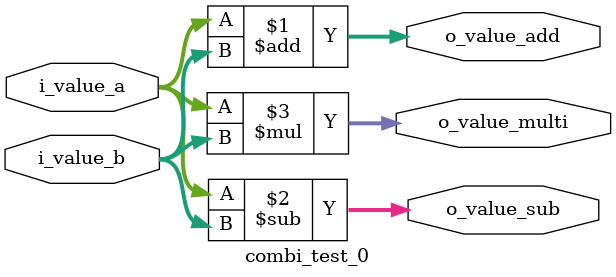
<source format=v>
`timescale 1ns/1ps
module combi_test_0(
    input [7:0] i_value_a,
    input [7:0] i_value_b,
    output [7:0] o_value_add,
    output [7:0] o_value_sub,
    output [7:0] o_value_multi
);
    assign o_value_add = i_value_a + i_value_b;
    assign o_value_sub = i_value_a - i_value_b;
    assign o_value_multi = i_value_a * i_value_b;

endmodule

</source>
